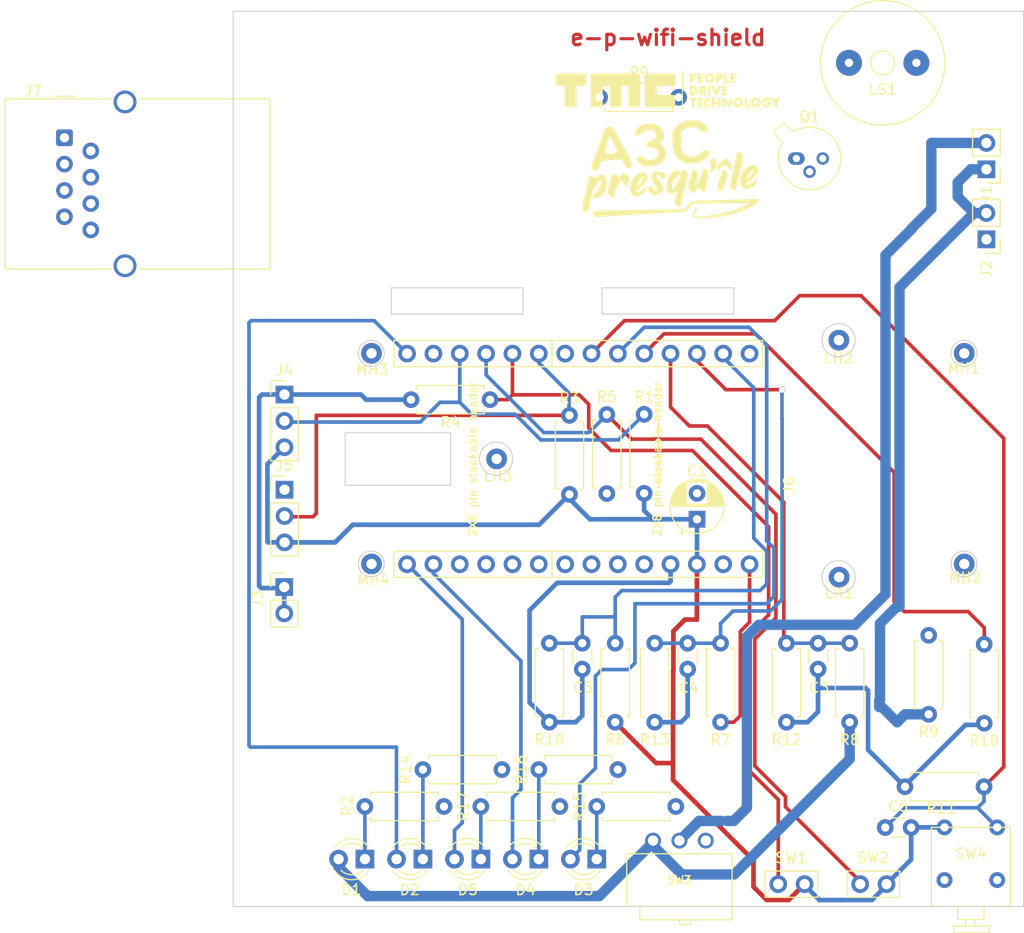
<source format=kicad_pcb>
(kicad_pcb (version 20171130) (host pcbnew 5.1.6-c6e7f7d~87~ubuntu18.04.1)
  (title_block (title "routage e-p-wifi-shield") (date 2019-11-26) (rev 1.0) (company "A3C et TMC") (comment 1 "1ère version du shield, prototype 3") (comment 2 https://github.com/AIREL46/SCAO/tree/master/kicad/e-p-wifi-shield))
  (layers (0 F.Cu signal) (31 B.Cu signal) (34 B.Paste user) (35 F.Paste user) (36 B.SilkS user) (37 F.SilkS user) (38 B.Mask user) (39 F.Mask user) (44 Edge.Cuts user))
  (net 0 "")
  (net 1 +3V3)
  (net 2 GND)
  (net 3 "Net-(C2-Pad1)")
  (net 4 "Net-(C3-Pad1)")
  (net 5 "Net-(C4-Pad1)")
  (net 6 "Net-(C5-Pad1)")
  (net 7 "Net-(D1-Pad2)")
  (net 8 "Net-(D1-Pad1)")
  (net 9 "Net-(D2-Pad1)")
  (net 10 "Net-(D2-Pad2)")
  (net 11 "Net-(D3-Pad2)")
  (net 12 "Net-(D3-Pad1)")
  (net 13 "Net-(D4-Pad1)")
  (net 14 "Net-(D4-Pad2)")
  (net 15 "Net-(D5-Pad1)")
  (net 16 "Net-(D5-Pad2)")
  (net 17 "Net-(J1-Pad1)")
  (net 18 "Net-(J1-Pad2)")
  (net 19 "Net-(J4-Pad2)")
  (net 20 "Net-(J6-PadAREF)")
  (net 21 "Net-(J6-PadVIN)")
  (net 22 "Net-(J6-PadRESET)")
  (net 23 "Net-(J6-PadTX)")
  (net 24 "Net-(J6-PadRX)")
  (net 25 "Net-(J6-PadSCL)")
  (net 26 "Net-(J6-PadA6)")
  (net 27 "Net-(J6-PadSDA)")
  (net 28 "Net-(J6-PadMISO)")
  (net 29 "Net-(J6-PadD1)")
  (net 30 "Net-(J6-PadSCK)")
  (net 31 "Net-(J6-PadD2)")
  (net 32 "Net-(J6-PadMOSI)")
  (net 33 "Net-(J6-PadD4)")
  (net 34 "Net-(J6-Pad+5V)")
  (net 35 "Net-(SW3-Pad1)")
  (net 36 "Net-(C6-Pad1)")
  (net 37 "Net-(J5-Pad2)")
  (net 38 "Net-(J6-PadA5)")
  (net 39 "Net-(J6-PadA3)")
  (net 40 "Net-(Q1-Pad2)")
  (net 41 "Net-(LS1-Pad1)")
  (module e-p-wifi-v2:switch (layer F.Cu) (at 60.8 105.4)
    (fp_text reference SW3 (at 0 3.81) (layer F.SilkS) (effects (font (size 0.762 0.762))))
    (fp_text value "Conrad 711771")
    (pad 1 thru_hole circle (at 2.54 0) (size 1.524 1.524) (drill 1) (layers *.Cu *.Mask) (net 35 "Net-(SW3-Pad1)"))
    (pad 3 thru_hole circle (at -2.54 0) (size 1.524 1.524) (drill 1) (layers *.Cu *.Mask) (net 7 "Net-(D1-Pad2)"))
    (pad 2 thru_hole circle (at 0 0) (size 1.524 1.524) (drill 1) (layers *.Cu *.Mask) (net 18 "Net-(J1-Pad2)"))
  )
  (module Connector_PinHeader_2.54mm:PinHeader_1x02_P2.54mm_Vertical (layer F.Cu) (at 90.4 47.4 180)
    (fp_text reference J2 (at -0.024 -2.892 270) (layer F.SilkS))
    (fp_text value Vbat)
    (pad 1 thru_hole rect (at 0 0 180) (size 1.7 1.7) (drill oval 1) (layers *.Cu *.Mask) (net 2 GND))
    (pad 2 thru_hole oval (at 0 2.54 180) (size 1.7 1.7) (drill 1) (layers *.Cu *.Mask) (net 17 "Net-(J1-Pad1)"))
  )
  (module Connector_PinHeader_2.54mm:PinHeader_1x02_P2.54mm_Vertical (layer F.Cu) (at 22.7 80.94)
    (fp_text reference J3 (at -2.56 1.14 -90) (layer F.SilkS))
    (fp_text value "Masse T1")
    (pad 2 thru_hole oval (at 0 2.54) (size 1.7 1.7) (drill 1) (layers *.Cu *.Mask) (net 2 GND))
    (pad 1 thru_hole rect (at 0 0) (size 1.7 1.7) (drill 1) (layers *.Cu *.Mask) (net 2 GND))
  )
  (module e-p-wifi-v2:jumper-switch-sw2 (layer F.Cu) (at 79.5 109.6 180)
    (fp_text reference SW2 (at 0.0254 2.54) (layer F.SilkS))
    (fp_text value "Sleep - Farnell 986-501")
    (pad 2 thru_hole circle (at 1.27 0 180) (size 1.7 1.7) (drill oval 1) (layers *.Cu *.Mask) (net 31 "Net-(J6-PadD2)"))
    (pad 1 thru_hole circle (at -1.27 0 180) (size 1.7 1.7) (drill 1) (layers *.Cu *.Mask) (net 1 +3V3))
  )
  (module e-p-wifi-v2:jumper-switch-sw1 (layer F.Cu) (at 71.6 109.6 180)
    (fp_text reference SW1 (at 0.0254 2.54) (layer F.SilkS))
    (fp_text value "StSp - Farnell 986-501")
    (pad 2 thru_hole circle (at 1.27 0 180) (size 1.7 1.7) (drill oval 1) (layers *.Cu *.Mask) (net 29 "Net-(J6-PadD1)"))
    (pad 1 thru_hole circle (at -1.27 0 180) (size 1.7 1.7) (drill oval 1) (layers *.Cu *.Mask) (net 1 +3V3))
  )
  (module e-p-wifi-v2:PinSocket_2x14_MKR1010_ov (layer F.Cu) (at 51.055 68.58 270)
    (fp_text reference J6 (at 2.54 -20.32 270) (layer F.SilkS))
    (fp_text value Conn_02x14_MKR1010)
    (fp_text user "2X6 pin stackable header" (at 0 10.16 270) (layer F.SilkS) (effects (font (size 0.762 0.762))))
    (fp_text user "2X8 pin stackable header" (at 0 -7.62 270) (layer F.SilkS) (effects (font (size 0.762 0.762))))
    (pad +5V thru_hole oval (at 10.16 -16.51 270) (size 1.7 1.7) (drill oval 1) (layers *.Cu *.Mask) (net 34 "Net-(J6-Pad+5V)"))
    (pad D5 thru_hole oval (at -10.16 16.51 270) (size 1.7 1.7) (drill 1) (layers *.Cu *.Mask) (net 10 "Net-(D2-Pad2)"))
    (pad D6 thru_hole oval (at 10.16 16.51 270) (size 1.7 1.7) (drill 1) (layers *.Cu *.Mask) (net 16 "Net-(D5-Pad2)"))
    (pad D4 thru_hole oval (at -10.16 13.97 270) (size 1.7 1.7) (drill 1) (layers *.Cu *.Mask) (net 33 "Net-(J6-PadD4)"))
    (pad D7 thru_hole oval (at 10.16 13.97 270) (size 1.7 1.7) (drill 1) (layers *.Cu *.Mask) (net 14 "Net-(D4-Pad2)"))
    (pad D3 thru_hole oval (at -10.16 11.43 270) (size 1.7 1.7) (drill 1) (layers *.Cu *.Mask) (net 19 "Net-(J4-Pad2)"))
    (pad MOSI thru_hole oval (at 10.16 11.43 270) (size 1.7 1.7) (drill 1) (layers *.Cu *.Mask) (net 32 "Net-(J6-PadMOSI)"))
    (pad D2 thru_hole oval (at -10.16 8.89 270) (size 1.7 1.7) (drill 1) (layers *.Cu *.Mask) (net 31 "Net-(J6-PadD2)"))
    (pad SCK thru_hole oval (at 10.16 8.89 270) (size 1.7 1.7) (drill 1) (layers *.Cu *.Mask) (net 30 "Net-(J6-PadSCK)"))
    (pad D1 thru_hole oval (at -10.16 6.35 270) (size 1.7 1.7) (drill oval 1) (layers *.Cu *.Mask) (net 29 "Net-(J6-PadD1)"))
    (pad MISO thru_hole oval (at 10.16 6.35 270) (size 1.7 1.7) (drill 1) (layers *.Cu *.Mask) (net 28 "Net-(J6-PadMISO)"))
    (pad D0 thru_hole oval (at -10.16 3.81 270) (size 1.7 1.7) (drill 1) (layers *.Cu *.Mask) (net 37 "Net-(J5-Pad2)"))
    (pad SDA thru_hole oval (at 10.16 3.81 270) (size 1.7 1.7) (drill 1) (layers *.Cu *.Mask) (net 27 "Net-(J6-PadSDA)"))
    (pad A6 thru_hole oval (at -10.16 1.27 270) (size 1.7 1.7) (drill 1) (layers *.Cu *.Mask) (net 26 "Net-(J6-PadA6)"))
    (pad SCL thru_hole oval (at 10.16 1.27 270) (size 1.7 1.7) (drill 1) (layers *.Cu *.Mask) (net 25 "Net-(J6-PadSCL)"))
    (pad A5 thru_hole oval (at -10.16 -1.27 270) (size 1.7 1.7) (drill oval 1) (layers *.Cu *.Mask) (net 38 "Net-(J6-PadA5)"))
    (pad RX thru_hole oval (at 10.16 -1.27 270) (size 1.7 1.7) (drill 1) (layers *.Cu *.Mask) (net 24 "Net-(J6-PadRX)"))
    (pad A4 thru_hole oval (at -10.16 -3.81 270) (size 1.7 1.7) (drill 1) (layers *.Cu *.Mask) (net 11 "Net-(D3-Pad2)"))
    (pad TX thru_hole oval (at 10.16 -3.81 270) (size 1.7 1.7) (drill 1) (layers *.Cu *.Mask) (net 23 "Net-(J6-PadTX)"))
    (pad A3 thru_hole oval (at -10.16 -6.35 270) (size 1.7 1.7) (drill oval 1) (layers *.Cu *.Mask) (net 39 "Net-(J6-PadA3)"))
    (pad RESET thru_hole oval (at 10.16 -6.35 270) (size 1.7 1.7) (drill 1) (layers *.Cu *.Mask) (net 22 "Net-(J6-PadRESET)"))
    (pad A2 thru_hole oval (at -10.16 -8.89 270) (size 1.7 1.7) (drill oval 1) (layers *.Cu *.Mask) (net 4 "Net-(C3-Pad1)"))
    (pad GND thru_hole oval (at 10.16 -8.89 270) (size 1.7 1.7) (drill oval 1) (layers *.Cu *.Mask) (net 2 GND))
    (pad A1 thru_hole oval (at -10.16 -11.43 270) (size 1.7 1.7) (drill oval 1) (layers *.Cu *.Mask) (net 5 "Net-(C4-Pad1)"))
    (pad +3V3 thru_hole oval (at 10.16 -11.43 270) (size 1.7 1.7) (drill oval 1) (layers *.Cu *.Mask) (net 1 +3V3))
    (pad A0 thru_hole oval (at -10.16 -13.97 270) (size 1.7 1.7) (drill oval 1) (layers *.Cu *.Mask) (net 6 "Net-(C5-Pad1)"))
    (pad VIN thru_hole oval (at 10.16 -13.97 270) (size 1.7 1.7) (drill 1) (layers *.Cu *.Mask) (net 21 "Net-(J6-PadVIN)"))
    (pad AREF thru_hole oval (at -10.16 -16.51 270) (size 1.7 1.7) (drill 1) (layers *.Cu *.Mask) (net 20 "Net-(J6-PadAREF)"))
  )
  (module e-p-wifi-v2:BP (layer F.Cu) (at 88.9 104.125)
    (fp_text reference SW4 (at 0 2.54) (layer F.SilkS))
    (fp_text value "BP APEM - Farnell 108-2512")
    (pad 3 thru_hole circle (at -2.54 5.08) (size 1.524 1.524) (drill 0.8) (layers *.Cu *.Mask))
    (pad 4 thru_hole circle (at 2.54 5.08) (size 1.524 1.524) (drill 0.8) (layers *.Cu *.Mask))
    (pad 2 thru_hole circle (at 2.54 0) (size 1.524 1.524) (drill 0.8) (layers *.Cu *.Mask) (net 38 "Net-(J6-PadA5)"))
    (pad 1 thru_hole circle (at -2.54 0) (size 1.524 1.524) (drill 0.8) (layers *.Cu *.Mask) (net 1 +3V3))
  )
  (module e-p-wifi-v2:Via-DIY (layer F.Cu) (at 76.2 79.9846)
    (fp_text reference LH1 (at 0 1.5494) (layer F.SilkS))
    (fp_text value Via-DIY)
    (pad 1 thru_hole oval (at 0 0) (size 2 2) (drill 1) (layers *.Cu *.Mask))
  )
  (module e-p-wifi-v2:Via-DIY (layer F.Cu) (at 76.1746 57.1246)
    (fp_text reference LH2 (at -0.0254 1.7018) (layer F.SilkS))
    (fp_text value Via-DIY)
    (pad 1 thru_hole oval (at 0 0) (size 2 2) (drill 1) (layers *.Cu *.Mask))
  )
  (module e-p-wifi-v2:Via-DIY (layer F.Cu) (at 43.18 68.58)
    (fp_text reference LH3 (at 0.127 1.651) (layer F.SilkS))
    (fp_text value Via-DIY)
    (pad 1 thru_hole oval (at 0 0) (size 2 2) (drill 1) (layers *.Cu *.Mask))
  )
  (module e-p-wifi-v2:Via-DIY (layer F.Cu) (at 31.115 58.3946)
    (fp_text reference MH3 (at 0.0508 1.5748) (layer F.SilkS))
    (fp_text value Via-DIY)
    (pad 1 thru_hole oval (at 0 0) (size 2 2) (drill 1) (layers *.Cu *.Mask))
  )
  (module e-p-wifi-v2:Via-DIY (layer F.Cu) (at 31.115 78.7146)
    (fp_text reference MH4 (at 0.1778 1.5494) (layer F.SilkS))
    (fp_text value Via-DIY)
    (pad 1 thru_hole oval (at 0 0) (size 2 2) (drill 1) (layers *.Cu *.Mask))
  )
  (module e-p-wifi-v2:Via-DIY (layer F.Cu) (at 88.265 78.7146)
    (fp_text reference MH2 (at 0.0762 1.3208) (layer F.SilkS))
    (fp_text value Via-DIY)
    (pad 1 thru_hole oval (at 0 0) (size 2 2) (drill 1) (layers *.Cu *.Mask))
  )
  (module e-p-wifi-v2:Via-DIY (layer F.Cu) (at 88.265 58.3946)
    (fp_text reference MH1 (at -0.0508 1.4478) (layer F.SilkS))
    (fp_text value Via-DIY)
    (pad 1 thru_hole oval (at 0 0) (size 2 2) (drill 1) (layers *.Cu *.Mask))
  )
  (module LED_THT:LED_D3.0mm (layer F.Cu) (at 47.244 107.188 180)
    (fp_text reference D4 (at 1.27 -2.96) (layer F.SilkS))
    (fp_text value Rouge)
    (pad 1 thru_hole rect (at 0 0 180) (size 1.8 1.8) (drill 1) (layers *.Cu *.Mask) (net 13 "Net-(D4-Pad1)"))
    (pad 2 thru_hole circle (at 2.54 0 180) (size 1.8 1.8) (drill 1) (layers *.Cu *.Mask) (net 14 "Net-(D4-Pad2)"))
  )
  (module LED_THT:LED_D3.0mm (layer F.Cu) (at 36.068 107.188 180)
    (fp_text reference D2 (at 1.27 -2.96) (layer F.SilkS))
    (fp_text value Vert)
    (pad 1 thru_hole rect (at 0 0 180) (size 1.8 1.8) (drill 1) (layers *.Cu *.Mask) (net 9 "Net-(D2-Pad1)"))
    (pad 2 thru_hole circle (at 2.54 0 180) (size 1.8 1.8) (drill 1) (layers *.Cu *.Mask) (net 10 "Net-(D2-Pad2)"))
  )
  (module LED_THT:LED_D3.0mm (layer F.Cu) (at 30.48 107.188 180)
    (fp_text reference D1 (at 1.325 -2.925) (layer F.SilkS))
    (fp_text value vert)
    (pad 2 thru_hole circle (at 2.54 0 180) (size 1.8 1.8) (drill 1) (layers *.Cu *.Mask) (net 7 "Net-(D1-Pad2)"))
    (pad 1 thru_hole rect (at 0 0 180) (size 1.8 1.8) (drill 1) (layers *.Cu *.Mask) (net 8 "Net-(D1-Pad1)"))
  )
  (module Capacitor_THT:C_Disc_D3.0mm_W1.6mm_P2.50mm (layer F.Cu) (at 74.168 86.36 270)
    (fp_text reference C3 (at 4.3 -0.1 180) (layer F.SilkS))
    (fp_text value 0.1mF)
    (pad 2 thru_hole circle (at 2.5 0 270) (size 1.6 1.6) (drill 0.8) (layers *.Cu *.Mask) (net 2 GND))
    (pad 1 thru_hole circle (at 0 0 270) (size 1.6 1.6) (drill 0.8) (layers *.Cu *.Mask) (net 4 "Net-(C3-Pad1)"))
  )
  (module Connector_PinHeader_2.54mm:PinHeader_1x02_P2.54mm_Vertical (layer F.Cu) (at 90.4 40.64 180)
    (fp_text reference J1 (at -0.024 -2.382 270) (layer F.SilkS))
    (fp_text value Shunt)
    (pad 1 thru_hole rect (at 0 0 180) (size 1.7 1.7) (drill 1) (layers *.Cu *.Mask) (net 17 "Net-(J1-Pad1)"))
    (pad 2 thru_hole oval (at 0 2.54 180) (size 1.7 1.7) (drill 1) (layers *.Cu *.Mask) (net 18 "Net-(J1-Pad2)"))
  )
  (module Capacitor_THT:CP_Radial_D5.0mm_P2.50mm (layer F.Cu) (at 62.5 74.4 90)
    (fp_text reference C1 (at 4.66 0.02) (layer F.SilkS))
    (fp_text value 4.7µF)
    (pad 1 thru_hole rect (at 0 0 90) (size 1.6 1.6) (drill 0.8) (layers *.Cu *.Mask) (net 1 +3V3))
    (pad 2 thru_hole circle (at 2.5 0 90) (size 1.6 1.6) (drill 0.8) (layers *.Cu *.Mask) (net 2 GND))
  )
  (module logo:tmc-logo-1200dpi (layer F.Cu) (at 59.69 33.02)
    (fp_text reference G*** hide)
    (fp_text value LOGO hide)
  )
  (module Capacitor_THT:C_Disc_D3.0mm_W1.6mm_P2.50mm (layer F.Cu) (at 61.595 86.36 270)
    (fp_text reference C4 (at 4.3 -0.1 180) (layer F.SilkS))
    (fp_text value 0.1mF)
    (pad 1 thru_hole circle (at 0 0 270) (size 1.6 1.6) (drill 0.8) (layers *.Cu *.Mask) (net 5 "Net-(C4-Pad1)"))
    (pad 2 thru_hole circle (at 2.5 0 270) (size 1.6 1.6) (drill 0.8) (layers *.Cu *.Mask) (net 2 GND))
  )
  (module LED_THT:LED_D3.0mm (layer F.Cu) (at 41.656 107.188 180)
    (fp_text reference D5 (at 1.27 -2.96) (layer F.SilkS))
    (fp_text value Jaune)
    (pad 1 thru_hole rect (at 0 0 180) (size 1.8 1.8) (drill 1) (layers *.Cu *.Mask) (net 15 "Net-(D5-Pad1)"))
    (pad 2 thru_hole circle (at 2.54 0 180) (size 1.8 1.8) (drill 1) (layers *.Cu *.Mask) (net 16 "Net-(D5-Pad2)"))
  )
  (module Capacitor_THT:C_Disc_D3.0mm_W1.6mm_P2.50mm (layer F.Cu) (at 51.435 86.36 270)
    (fp_text reference C5 (at 4.272 -0.06 180) (layer F.SilkS))
    (fp_text value 0.1mF)
    (pad 2 thru_hole circle (at 2.5 0 270) (size 1.6 1.6) (drill 0.8) (layers *.Cu *.Mask) (net 2 GND))
    (pad 1 thru_hole circle (at 0 0 270) (size 1.6 1.6) (drill 0.8) (layers *.Cu *.Mask) (net 6 "Net-(C5-Pad1)"))
  )
  (module logo:a3c-logo-500dpi (layer F.Cu) (at 59.69 40.64)
    (fp_text reference G*** hide)
    (fp_text value LOGO hide)
  )
  (module LED_THT:LED_D3.0mm (layer F.Cu) (at 52.832 107.188 180)
    (fp_text reference D3 (at 1.27 -2.96) (layer F.SilkS))
    (fp_text value bleu)
    (pad 2 thru_hole circle (at 2.54 0 180) (size 1.8 1.8) (drill 1) (layers *.Cu *.Mask) (net 11 "Net-(D3-Pad2)"))
    (pad 1 thru_hole rect (at 0 0 180) (size 1.8 1.8) (drill 1) (layers *.Cu *.Mask) (net 12 "Net-(D3-Pad1)"))
  )
  (module Resistor_THT:R_Axial_DIN0207_L6.3mm_D2.5mm_P7.62mm_Horizontal (layer F.Cu) (at 50.2 72 90)
    (fp_text reference R3 (at 9.3 0 180) (layer F.SilkS))
    (fp_text value 4.7k)
    (pad 1 thru_hole circle (at 0 0 90) (size 1.6 1.6) (drill 0.8) (layers *.Cu *.Mask) (net 1 +3V3))
    (pad 2 thru_hole oval (at 7.62 0 90) (size 1.6 1.6) (drill 0.8) (layers *.Cu *.Mask) (net 37 "Net-(J5-Pad2)"))
  )
  (module Resistor_THT:R_Axial_DIN0207_L6.3mm_D2.5mm_P7.62mm_Horizontal (layer F.Cu) (at 90.19 86.46 270)
    (fp_text reference R10 (at 9.3 0 180) (layer F.SilkS))
    (fp_text value 47k)
    (pad 2 thru_hole oval (at 7.62 0 270) (size 1.6 1.6) (drill 0.8) (layers *.Cu *.Mask) (net 2 GND))
    (pad 1 thru_hole circle (at 0 0 270) (size 1.6 1.6) (drill 0.8) (layers *.Cu *.Mask) (net 39 "Net-(J6-PadA3)"))
  )
  (module Resistor_THT:R_Axial_DIN0207_L6.3mm_D2.5mm_P7.62mm_Horizontal (layer F.Cu) (at 58.42 86.36 270)
    (fp_text reference R13 (at 9.3 0) (layer F.SilkS))
    (fp_text value 4.7k)
    (pad 2 thru_hole oval (at 7.62 0 270) (size 1.6 1.6) (drill 0.8) (layers *.Cu *.Mask) (net 2 GND))
    (pad 1 thru_hole circle (at 0 0 270) (size 1.6 1.6) (drill 0.8) (layers *.Cu *.Mask) (net 5 "Net-(C4-Pad1)"))
  )
  (module Resistor_THT:R_Axial_DIN0207_L6.3mm_D2.5mm_P7.62mm_Horizontal (layer F.Cu) (at 53.8 64.3 270)
    (fp_text reference R5 (at -1.7 0 180) (layer F.SilkS))
    (fp_text value 47k)
    (pad 1 thru_hole circle (at 0 0 270) (size 1.6 1.6) (drill 0.8) (layers *.Cu *.Mask) (net 31 "Net-(J6-PadD2)"))
    (pad 2 thru_hole oval (at 7.62 0 270) (size 1.6 1.6) (drill 0.8) (layers *.Cu *.Mask) (net 2 GND))
  )
  (module Resistor_THT:R_Axial_DIN0207_L6.3mm_D2.5mm_P7.62mm_Horizontal (layer F.Cu) (at 43.688 98.552 180)
    (fp_text reference R14 (at 9.3 0 270) (layer F.SilkS))
    (fp_text value 1K)
    (pad 2 thru_hole oval (at 7.62 0 180) (size 1.6 1.6) (drill 0.8) (layers *.Cu *.Mask) (net 9 "Net-(D2-Pad1)"))
    (pad 1 thru_hole circle (at 0 0 180) (size 1.6 1.6) (drill 0.8) (layers *.Cu *.Mask) (net 2 GND))
  )
  (module Resistor_THT:R_Axial_DIN0207_L6.3mm_D2.5mm_P7.62mm_Horizontal (layer F.Cu) (at 54.61 93.98 90)
    (fp_text reference R6 (at -1.7 0 180) (layer F.SilkS))
    (fp_text value 4.7k)
    (pad 2 thru_hole oval (at 7.62 0 90) (size 1.6 1.6) (drill 0.8) (layers *.Cu *.Mask) (net 6 "Net-(C5-Pad1)"))
    (pad 1 thru_hole circle (at 0 0 90) (size 1.6 1.6) (drill 0.8) (layers *.Cu *.Mask) (net 1 +3V3))
  )
  (module Resistor_THT:R_Axial_DIN0207_L6.3mm_D2.5mm_P7.62mm_Horizontal (layer F.Cu) (at 64.77 93.98 90)
    (fp_text reference R7 (at -1.7 0 180) (layer F.SilkS))
    (fp_text value 4.7k)
    (pad 1 thru_hole circle (at 0 0 90) (size 1.6 1.6) (drill 0.8) (layers *.Cu *.Mask) (net 34 "Net-(J6-Pad+5V)"))
    (pad 2 thru_hole oval (at 7.62 0 90) (size 1.6 1.6) (drill 0.8) (layers *.Cu *.Mask) (net 5 "Net-(C4-Pad1)"))
  )
  (module Resistor_THT:R_Axial_DIN0207_L6.3mm_D2.5mm_P7.62mm_Horizontal (layer F.Cu) (at 60.452 102.108 180)
    (fp_text reference R15 (at 9.3 0 270) (layer F.SilkS))
    (fp_text value 1K)
    (pad 1 thru_hole circle (at 0 0 180) (size 1.6 1.6) (drill 0.8) (layers *.Cu *.Mask) (net 2 GND))
    (pad 2 thru_hole oval (at 7.62 0 180) (size 1.6 1.6) (drill 0.8) (layers *.Cu *.Mask) (net 12 "Net-(D3-Pad1)"))
  )
  (module Resistor_THT:R_Axial_DIN0207_L6.3mm_D2.5mm_P7.62mm_Horizontal (layer F.Cu) (at 71.12 86.36 270)
    (fp_text reference R12 (at 9.3 0 180) (layer F.SilkS))
    (fp_text value 4.7k)
    (pad 1 thru_hole circle (at 0 0 270) (size 1.6 1.6) (drill 0.8) (layers *.Cu *.Mask) (net 4 "Net-(C3-Pad1)"))
    (pad 2 thru_hole oval (at 7.62 0 270) (size 1.6 1.6) (drill 0.8) (layers *.Cu *.Mask) (net 2 GND))
  )
  (module Resistor_THT:R_Axial_DIN0207_L6.3mm_D2.5mm_P7.62mm_Horizontal (layer F.Cu) (at 54.864 98.552 180)
    (fp_text reference R16 (at 9.3 0 270) (layer F.SilkS))
    (fp_text value 1K)
    (pad 2 thru_hole oval (at 7.62 0 180) (size 1.6 1.6) (drill 0.8) (layers *.Cu *.Mask) (net 13 "Net-(D4-Pad1)"))
    (pad 1 thru_hole circle (at 0 0 180) (size 1.6 1.6) (drill 0.8) (layers *.Cu *.Mask) (net 2 GND))
  )
  (module Resistor_THT:R_Axial_DIN0207_L6.3mm_D2.5mm_P7.62mm_Horizontal (layer F.Cu) (at 49.276 102.108 180)
    (fp_text reference R17 (at 9.3 0 270) (layer F.SilkS))
    (fp_text value 1K)
    (pad 1 thru_hole circle (at 0 0 180) (size 1.6 1.6) (drill 0.8) (layers *.Cu *.Mask) (net 2 GND))
    (pad 2 thru_hole oval (at 7.62 0 180) (size 1.6 1.6) (drill 0.8) (layers *.Cu *.Mask) (net 15 "Net-(D5-Pad1)"))
  )
  (module Resistor_THT:R_Axial_DIN0207_L6.3mm_D2.5mm_P7.62mm_Horizontal (layer F.Cu) (at 82.55 100.2)
    (fp_text reference R11 (at 3.5 2.1 180) (layer F.SilkS))
    (fp_text value 47k)
    (pad 2 thru_hole oval (at 7.62 0) (size 1.6 1.6) (drill 0.8) (layers *.Cu *.Mask) (net 38 "Net-(J6-PadA5)"))
    (pad 1 thru_hole circle (at 0 0) (size 1.6 1.6) (drill 0.8) (layers *.Cu *.Mask) (net 2 GND))
  )
  (module Resistor_THT:R_Axial_DIN0207_L6.3mm_D2.5mm_P7.62mm_Horizontal (layer F.Cu) (at 77.216 93.98 90)
    (fp_text reference R8 (at -1.7 0 180) (layer F.SilkS))
    (fp_text value 4.7k)
    (pad 2 thru_hole oval (at 7.62 0 90) (size 1.6 1.6) (drill 0.8) (layers *.Cu *.Mask) (net 4 "Net-(C3-Pad1)"))
    (pad 1 thru_hole circle (at 0 0 90) (size 1.6 1.6) (drill 0.8) (layers *.Cu *.Mask) (net 7 "Net-(D1-Pad2)"))
  )
  (module Resistor_THT:R_Axial_DIN0207_L6.3mm_D2.5mm_P7.62mm_Horizontal (layer F.Cu) (at 57.4 71.9 90)
    (fp_text reference R1 (at 9.3 0 180) (layer F.SilkS))
    (fp_text value 4.7k)
    (pad 1 thru_hole circle (at 0 0 90) (size 1.6 1.6) (drill 0.8) (layers *.Cu *.Mask) (net 1 +3V3))
    (pad 2 thru_hole oval (at 7.62 0 90) (size 1.6 1.6) (drill 0.8) (layers *.Cu *.Mask) (net 19 "Net-(J4-Pad2)"))
  )
  (module Resistor_THT:R_Axial_DIN0207_L6.3mm_D2.5mm_P7.62mm_Horizontal (layer F.Cu) (at 38.1 102.108 180)
    (fp_text reference R2 (at 9.32 0.05 90) (layer F.SilkS))
    (fp_text value 1K)
    (pad 2 thru_hole oval (at 7.62 0 180) (size 1.6 1.6) (drill 0.8) (layers *.Cu *.Mask) (net 8 "Net-(D1-Pad1)"))
    (pad 1 thru_hole circle (at 0 0 180) (size 1.6 1.6) (drill 0.8) (layers *.Cu *.Mask) (net 2 GND))
  )
  (module Resistor_THT:R_Axial_DIN0207_L6.3mm_D2.5mm_P7.62mm_Horizontal (layer F.Cu) (at 42.545 62.865 180)
    (fp_text reference R4 (at 3.8 -2.2) (layer F.SilkS))
    (fp_text value 47k)
    (pad 2 thru_hole oval (at 7.62 0 180) (size 1.6 1.6) (drill 0.8) (layers *.Cu *.Mask) (net 2 GND))
    (pad 1 thru_hole circle (at 0 0 180) (size 1.6 1.6) (drill 0.8) (layers *.Cu *.Mask) (net 29 "Net-(J6-PadD1)"))
  )
  (module Resistor_THT:R_Axial_DIN0207_L6.3mm_D2.5mm_P7.62mm_Horizontal (layer F.Cu) (at 84.836 93.218 90)
    (fp_text reference R9 (at -1.7 0 180) (layer F.SilkS))
    (fp_text value 4.7k)
    (pad 1 thru_hole circle (at 0 0 90) (size 1.6 1.6) (drill 0.8) (layers *.Cu *.Mask) (net 17 "Net-(J1-Pad1)"))
    (pad 2 thru_hole oval (at 7.62 0 90) (size 1.6 1.6) (drill 0.8) (layers *.Cu *.Mask) (net 3 "Net-(C2-Pad1)"))
  )
  (module Resistor_THT:R_Axial_DIN0207_L6.3mm_D2.5mm_P7.62mm_Horizontal (layer F.Cu) (at 48.26 86.36 270)
    (fp_text reference R18 (at 9.3 0 180) (layer F.SilkS))
    (fp_text value 4.7k)
    (pad 1 thru_hole circle (at 0 0 270) (size 1.6 1.6) (drill 0.8) (layers *.Cu *.Mask) (net 6 "Net-(C5-Pad1)"))
    (pad 2 thru_hole oval (at 7.62 0 270) (size 1.6 1.6) (drill 0.8) (layers *.Cu *.Mask) (net 2 GND))
  )
  (module Capacitor_THT:C_Disc_D3.0mm_W1.6mm_P2.50mm (layer F.Cu) (at 80.645 104.14)
    (fp_text reference C6 (at 1.25 -2.05) (layer F.SilkS))
    (fp_text value 0.1mF)
    (pad 1 thru_hole circle (at 0 0) (size 1.6 1.6) (drill 0.8) (layers *.Cu *.Mask) (net 36 "Net-(C6-Pad1)"))
    (pad 2 thru_hole circle (at 2.5 0) (size 1.6 1.6) (drill 0.8) (layers *.Cu *.Mask) (net 1 +3V3))
  )
  (module Connector_RJ:RJ45_Wuerth_7499010001A_Horizontal (layer F.Cu) (at 1.51 37.6)
    (fp_text reference J7 (at -3 -4.5) (layer F.SilkS))
    (fp_text value RJ45)
    (pad SH thru_hole circle (at 5.84 12.345 90) (size 2.2 2.2) (drill 1.6) (layers *.Cu *.Mask))
    (pad SH thru_hole circle (at 5.84 -3.455 90) (size 2.2 2.2) (drill 1.6) (layers *.Cu *.Mask))
    (pad "" np_thru_hole circle (at 8.89 10.16 90) (size 3.25 3.25) (drill 3.25) (layers *.Cu *.Mask))
    (pad "" np_thru_hole circle (at 8.89 -1.27 90) (size 3.25 3.25) (drill 3.25) (layers *.Cu *.Mask))
    (pad 8 thru_hole circle (at 2.54 8.89 90) (size 1.6 1.6) (drill 0.9) (layers *.Cu *.Mask) (net 2 GND))
    (pad 7 thru_hole circle (at 0 7.62 90) (size 1.6 1.6) (drill 0.9) (layers *.Cu *.Mask) (net 2 GND))
    (pad 6 thru_hole circle (at 2.54 6.35 90) (size 1.6 1.6) (drill 0.9) (layers *.Cu *.Mask) (net 2 GND))
    (pad 5 thru_hole circle (at 0 5.08 90) (size 1.6 1.6) (drill 0.9) (layers *.Cu *.Mask) (net 39 "Net-(J6-PadA3)"))
    (pad 4 thru_hole circle (at 2.54 3.81 90) (size 1.6 1.6) (drill 0.9) (layers *.Cu *.Mask) (net 38 "Net-(J6-PadA5)"))
    (pad 3 thru_hole circle (at 0 2.54 90) (size 1.6 1.6) (drill 0.9) (layers *.Cu *.Mask) (net 26 "Net-(J6-PadA6)"))
    (pad 2 thru_hole circle (at 2.54 1.27 90) (size 1.6 1.6) (drill 0.9) (layers *.Cu *.Mask) (net 1 +3V3))
    (pad 1 thru_hole roundrect (at 0 0 90) (size 1.6 1.6) (drill 0.9) (layers *.Cu *.Mask) (roundrect_rratio 0.155) (net 34 "Net-(J6-Pad+5V)"))
  )
  (module Package_TO_SOT_THT:TO-18-3 (layer F.Cu) (at 72.08 39.6)
    (fp_text reference Q1 (at 1.27 -4.02) (layer F.SilkS))
    (fp_text value 2N2222A)
    (pad 1 thru_hole oval (at 0 0) (size 1.6 1.2) (drill 0.7) (layers *.Cu *.Mask) (net 1 +3V3))
    (pad 2 thru_hole oval (at 1.27 1.27) (size 1.2 1.2) (drill 0.7) (layers *.Cu *.Mask) (net 40 "Net-(Q1-Pad2)"))
    (pad 3 thru_hole oval (at 2.54 0) (size 1.2 1.2) (drill 0.7) (layers *.Cu *.Mask) (net 41 "Net-(LS1-Pad1)"))
  )
  (module Resistor_THT:R_Axial_DIN0207_L6.3mm_D2.5mm_P7.62mm_Horizontal (layer F.Cu) (at 53.105001 33.695001)
    (fp_text reference R9 (at 3.81 -2.37) (layer F.SilkS))
    (fp_text value 470)
    (pad 1 thru_hole circle (at 0 0) (size 1.6 1.6) (drill 0.8) (layers *.Cu *.Mask) (net 40 "Net-(Q1-Pad2)"))
    (pad 2 thru_hole oval (at 7.62 0) (size 1.6 1.6) (drill 0.8) (layers *.Cu *.Mask) (net 33 "Net-(J6-PadD4)"))
  )
  (module e-p-wifi:mini_speaker (layer F.Cu) (at 80.4 30.37)
    (fp_text reference LS1 (at 0.02 2.55) (layer F.SilkS))
    (fp_text value Speaker)
    (pad 2 thru_hole circle (at 3.25 0) (size 2.5 2.5) (drill 0.8) (layers *.Cu *.Mask) (net 2 GND))
    (pad 1 thru_hole circle (at -3.25 0) (size 2.5 2.5) (drill 0.8) (layers *.Cu *.Mask) (net 41 "Net-(LS1-Pad1)"))
  )
  (module Connector_PinHeader_2.54mm:PinHeader_1x03_P2.54mm_Vertical (layer F.Cu) (at 22.72 62.37)
    (fp_text reference J4 (at 0 -2.33) (layer F.SilkS))
    (fp_text value T1)
    (pad 1 thru_hole rect (at 0 0) (size 1.7 1.7) (drill 1) (layers *.Cu *.Mask) (net 2 GND))
    (pad 2 thru_hole oval (at 0 2.54) (size 1.7 1.7) (drill 1) (layers *.Cu *.Mask) (net 19 "Net-(J4-Pad2)"))
    (pad 3 thru_hole oval (at 0 5.08) (size 1.7 1.7) (drill 1) (layers *.Cu *.Mask) (net 1 +3V3))
  )
  (module Connector_PinHeader_2.54mm:PinHeader_1x03_P2.54mm_Vertical (layer F.Cu) (at 22.73 71.55)
    (fp_text reference J5 (at 0 -2.33) (layer F.SilkS))
    (fp_text value T2)
    (pad 3 thru_hole oval (at 0 5.08) (size 1.7 1.7) (drill 1) (layers *.Cu *.Mask) (net 1 +3V3))
    (pad 2 thru_hole oval (at 0 2.54) (size 1.7 1.7) (drill 1) (layers *.Cu *.Mask) (net 37 "Net-(J5-Pad2)"))
    (pad 1 thru_hole rect (at 0 0) (size 1.7 1.7) (drill 1) (layers *.Cu *.Mask) (net 2 GND))
  )
  (gr_circle (center 31.0896 78.7146) (end 32.3396 78.7146) (layer Edge.Cuts) (width 0.1))
  (gr_line (start 17.78 25.4) (end 25.4 25.4) (layer Edge.Cuts) (width 0.1))
  (gr_line (start 17.78 111.76) (end 17.78 25.4) (layer Edge.Cuts) (width 0.1))
  (gr_line (start 17.78 111.76) (end 25.4 111.76) (layer Edge.Cuts) (width 0.1))
  (gr_line (start 28.575 66.04) (end 28.575 71.12) (layer Edge.Cuts) (width 0.1))
  (gr_line (start 38.735 66.04) (end 28.575 66.04) (layer Edge.Cuts) (width 0.1))
  (gr_line (start 38.735 71.12) (end 38.735 66.04) (layer Edge.Cuts) (width 0.1))
  (gr_line (start 28.575 71.12) (end 38.735 71.12) (layer Edge.Cuts) (width 0.1))
  (gr_circle (center 43.1292 68.5546) (end 44.7292 68.5546) (layer Edge.Cuts) (width 0.1))
  (gr_circle (center 31.0896 58.3946) (end 32.3396 58.3946) (layer Edge.Cuts) (width 0.1))
  (gr_circle (center 88.2396 58.3946) (end 89.4896 58.3946) (layer Edge.Cuts) (width 0.1))
  (gr_circle (center 76.1492 57.1246) (end 77.7492 57.1246) (layer Edge.Cuts) (width 0.1))
  (gr_circle (center 76.1492 79.9846) (end 77.7492 79.9846) (layer Edge.Cuts) (width 0.1))
  (gr_circle (center 88.2396 78.7146) (end 89.4896 78.7146) (layer Edge.Cuts) (width 0.1))
  (gr_line (start 45.726 52.07) (end 45.726 54.61) (layer Edge.Cuts) (width 0.1))
  (gr_line (start 33.026 52.07) (end 33.026 54.61) (layer Edge.Cuts) (width 0.1))
  (gr_line (start 33.026 52.07) (end 45.726 52.07) (layer Edge.Cuts) (width 0.1))
  (gr_line (start 33.026 54.61) (end 45.726 54.61) (layer Edge.Cuts) (width 0.1))
  (gr_line (start 53.34 54.61) (end 53.34 52.07) (layer Edge.Cuts) (width 0.1))
  (gr_line (start 66.04 52.07) (end 66.04 54.61) (layer Edge.Cuts) (width 0.1))
  (gr_line (start 53.34 52.07) (end 66.04 52.07) (layer Edge.Cuts) (width 0.1))
  (gr_line (start 53.34 54.61) (end 66.04 54.61) (layer Edge.Cuts) (width 0.1))
  (gr_line (start 25.4 111.76) (end 93.98 111.76) (layer Edge.Cuts) (width 0.1))
  (gr_line (start 93.98 25.4) (end 93.98 111.76) (layer Edge.Cuts) (width 0.1))
  (gr_line (start 25.4 25.4) (end 93.98 25.4) (layer Edge.Cuts) (width 0.1))
  (gr_text e-p-wifi-shield (at 59.69 27.94) (layer F.Cu) (effects (font (size 1.5 1.5) (thickness 0.3))))
  (segment (start 60.17703 94.27297) (end 60.19 94.26) (width 0.45) (layer F.Cu) (net 1))
  (segment (start 62.5 78.725) (end 62.485 78.74) (width 0.45) (layer B.Cu) (net 1))
  (segment (start 62.5 74.4) (end 62.5 78.725) (width 0.45) (layer B.Cu) (net 1))
  (segment (start 57.4 73.56202) (end 57.4 71.9) (width 0.45) (layer B.Cu) (net 1))
  (segment (start 62.5 74.4) (end 58.23798 74.4) (width 0.45) (layer B.Cu) (net 1))
  (segment (start 58.23798 74.4) (end 57.4 73.56202) (width 0.45) (layer B.Cu) (net 1))
  (segment (start 72.108001 110.361999) (end 72.87 109.6) (width 0.45) (layer F.Cu) (net 1))
  (segment (start 60.19 99.56) (end 67.945 107.315) (width 0.45) (layer F.Cu) (net 1))
  (segment (start 67.945 107.315) (end 67.945 109.860134) (width 0.45) (layer F.Cu) (net 1))
  (segment (start 71.345 111.125) (end 72.108001 110.361999) (width 0.45) (layer F.Cu) (net 1))
  (segment (start 67.945 109.860134) (end 69.209866 111.125) (width 0.45) (layer F.Cu) (net 1))
  (segment (start 69.209866 111.125) (end 71.345 111.125) (width 0.45) (layer F.Cu) (net 1))
  (segment (start 50.2 72.425) (end 50.2 72) (width 0.45) (layer B.Cu) (net 1))
  (segment (start 58.23798 74.4) (end 52.175 74.4) (width 0.45) (layer B.Cu) (net 1))
  (segment (start 52.175 74.4) (end 50.2 72.425) (width 0.45) (layer B.Cu) (net 1))
  (segment (start 74.30499 111.13499) (end 72.87 109.7) (width 0.45) (layer B.Cu) (net 1))
  (segment (start 79.36501 111.13499) (end 74.30499 111.13499) (width 0.45) (layer B.Cu) (net 1))
  (segment (start 72.87 109.7) (end 72.87 109.6) (width 0.45) (layer B.Cu) (net 1))
  (segment (start 80.77 109.6) (end 80.77 109.73) (width 0.45) (layer B.Cu) (net 1))
  (segment (start 80.77 109.73) (end 79.36501 111.13499) (width 0.45) (layer B.Cu) (net 1))
  (segment (start 83.16 104.125) (end 83.145 104.14) (width 0.45) (layer B.Cu) (net 1))
  (segment (start 86.36 104.125) (end 83.16 104.125) (width 0.45) (layer B.Cu) (net 1))
  (segment (start 83.145 107.225) (end 80.77 109.6) (width 0.45) (layer B.Cu) (net 1))
  (segment (start 83.145 104.14) (end 83.145 107.225) (width 0.45) (layer B.Cu) (net 1))
  (segment (start 21.082 76.562) (end 21.082 69.088) (width 0.45) (layer B.Cu) (net 1))
  (segment (start 21.082 69.088) (end 22.86 67.31) (width 0.45) (layer B.Cu) (net 1))
  (segment (start 22.73 76.63) (end 21.15 76.63) (width 0.45) (layer B.Cu) (net 1))
  (segment (start 21.15 76.63) (end 21.082 76.562) (width 0.45) (layer B.Cu) (net 1))
  (segment (start 47.27 74.93) (end 50.2 72) (width 0.45) (layer B.Cu) (net 1))
  (segment (start 29.31 74.93) (end 47.27 74.93) (width 0.45) (layer B.Cu) (net 1))
  (segment (start 22.73 76.63) (end 27.61 76.63) (width 0.45) (layer B.Cu) (net 1))
  (segment (start 27.61 76.63) (end 29.31 74.93) (width 0.45) (layer B.Cu) (net 1))
  (segment (start 60.19 97.925) (end 58.555 97.925) (width 0.45) (layer F.Cu) (net 1))
  (segment (start 60.19 97.925) (end 60.19 99.56) (width 0.45) (layer F.Cu) (net 1))
  (segment (start 60.19 94.26) (end 60.19 97.925) (width 0.45) (layer F.Cu) (net 1))
  (segment (start 58.555 97.925) (end 54.61 93.98) (width 0.45) (layer F.Cu) (net 1))
  (segment (start 62.485 84.075) (end 62.485 78.74) (width 0.45) (layer F.Cu) (net 1))
  (segment (start 61.34 84.075) (end 62.485 84.075) (width 0.45) (layer F.Cu) (net 1))
  (segment (start 60.19 94.26) (end 60.19 93.12863) (width 0.45) (layer F.Cu) (net 1))
  (segment (start 60.219999 85.195001) (end 61.34 84.075) (width 0.45) (layer F.Cu) (net 1))
  (segment (start 60.19 93.12863) (end 60.2 93.11863) (width 0.45) (layer F.Cu) (net 1))
  (segment (start 60.2 89.025) (end 60.219999 89.005001) (width 0.45) (layer F.Cu) (net 1))
  (segment (start 60.2 93.11863) (end 60.2 89.025) (width 0.45) (layer F.Cu) (net 1))
  (segment (start 60.219999 89.005001) (end 60.219999 85.195001) (width 0.45) (layer F.Cu) (net 1))
  (segment (start 34.925 62.865) (end 30.585 62.865) (width 0.45) (layer B.Cu) (net 2))
  (segment (start 30.585 62.865) (end 30.09 62.37) (width 0.45) (layer B.Cu) (net 2))
  (segment (start 30.09 62.37) (end 22.79 62.37) (width 0.45) (layer B.Cu) (net 2))
  (segment (start 22.7 81.11) (end 22.7 83.48) (width 0.45) (layer B.Cu) (net 2))
  (segment (start 20.55 62.37) (end 20.28199 62.63801) (width 0.45) (layer B.Cu) (net 2))
  (segment (start 20.28199 62.63801) (end 20.28199 80.82199) (width 0.45) (layer B.Cu) (net 2))
  (segment (start 20.5 81.04) (end 22.63 81.04) (width 0.45) (layer B.Cu) (net 2))
  (segment (start 22.72 62.37) (end 20.55 62.37) (width 0.45) (layer B.Cu) (net 2))
  (segment (start 20.28199 80.82199) (end 20.5 81.04) (width 0.45) (layer B.Cu) (net 2))
  (segment (start 22.63 81.04) (end 22.7 81.11) (width 0.45) (layer B.Cu) (net 2))
  (segment (start 48.26 93.98) (end 50.165 93.98) (width 0.45) (layer B.Cu) (net 2))
  (segment (start 50.165 93.98) (end 50.8 93.98) (width 0.45) (layer B.Cu) (net 2))
  (segment (start 50.8 93.98) (end 51.435 93.345) (width 0.45) (layer B.Cu) (net 2))
  (segment (start 51.435 93.345) (end 51.435 88.9) (width 0.45) (layer B.Cu) (net 2))
  (segment (start 58.42 93.98) (end 60.96 93.98) (width 0.45) (layer B.Cu) (net 2))
  (segment (start 60.96 93.98) (end 61.595 93.345) (width 0.45) (layer B.Cu) (net 2))
  (segment (start 61.595 93.345) (end 61.595 88.9) (width 0.45) (layer B.Cu) (net 2))
  (segment (start 47.635009 81.904991) (end 46.355 83.185) (width 0.45) (layer B.Cu) (net 2))
  (segment (start 46.355 83.185) (end 46.355 92.075) (width 0.45) (layer B.Cu) (net 2))
  (segment (start 48.26 93.98) (end 46.355 92.075) (width 0.45) (layer B.Cu) (net 2))
  (segment (start 59.945 78.74) (end 59.945 80.27499) (width 0.45) (layer B.Cu) (net 2))
  (segment (start 47.635009 81.904991) (end 48.895 80.645) (width 0.45) (layer B.Cu) (net 2))
  (segment (start 59.80501 80.52999) (end 49.01001 80.52999) (width 0.45) (layer B.Cu) (net 2))
  (segment (start 59.945 80.27499) (end 59.945 80.39) (width 0.45) (layer B.Cu) (net 2))
  (segment (start 59.945 80.39) (end 59.80501 80.52999) (width 0.45) (layer B.Cu) (net 2))
  (segment (start 74.168 92.964) (end 73.152 93.98) (width 0.45) (layer B.Cu) (net 2))
  (segment (start 73.152 93.98) (end 71.12 93.98) (width 0.45) (layer B.Cu) (net 2))
  (segment (start 74.168 90.678) (end 74.168 92.964) (width 0.45) (layer B.Cu) (net 2))
  (segment (start 74.168 88.86) (end 74.168 90.678) (width 0.45) (layer B.Cu) (net 2))
  (segment (start 82.55 100.076) (end 88.392 94.234) (width 0.45) (layer B.Cu) (net 2))
  (segment (start 88.392 94.234) (end 90.17 94.234) (width 0.45) (layer B.Cu) (net 2))
  (segment (start 82.55 100.2) (end 78.994 96.644) (width 0.45) (layer B.Cu) (net 2))
  (segment (start 78.74 90.678) (end 74.168 90.678) (width 0.45) (layer B.Cu) (net 2))
  (segment (start 78.994 90.932) (end 78.74 90.678) (width 0.45) (layer B.Cu) (net 2))
  (segment (start 78.994 96.644) (end 78.994 90.932) (width 0.45) (layer B.Cu) (net 2))
  (segment (start 59.31 56.515) (end 58.254999 57.570001) (width 0.35) (layer F.Cu) (net 39))
  (segment (start 68.137501 56.515) (end 59.31 56.515) (width 0.35) (layer F.Cu) (net 39))
  (segment (start 58.254999 57.570001) (end 57.405 58.42) (width 0.35) (layer F.Cu) (net 39))
  (segment (start 59.945 63.585) (end 61.765 65.405) (width 0.35) (layer F.Cu) (net 4))
  (segment (start 59.945 58.42) (end 59.945 63.585) (width 0.35) (layer F.Cu) (net 4))
  (segment (start 61.765 65.405) (end 63.5 65.405) (width 0.35) (layer F.Cu) (net 4))
  (segment (start 63.5 65.405) (end 70.866 72.771) (width 0.35) (layer F.Cu) (net 4))
  (segment (start 70.866 72.771) (end 70.866 82.417815) (width 0.35) (layer F.Cu) (net 4))
  (segment (start 70.485 86.36) (end 70.866 85.979) (width 0.35) (layer F.Cu) (net 4))
  (segment (start 70.866 82.417815) (end 70.866 86.106) (width 0.35) (layer F.Cu) (net 4))
  (segment (start 74.168 86.36) (end 71.12 86.36) (width 0.35) (layer B.Cu) (net 4))
  (segment (start 77.216 86.36) (end 74.168 86.36) (width 0.35) (layer B.Cu) (net 4))
  (segment (start 62.485 59.148541) (end 62.485 58.42) (width 0.35) (layer F.Cu) (net 5))
  (segment (start 70.7 64.77) (end 70.7 64.7056) (width 0.35) (layer B.Cu) (net 5))
  (via (at 70.6882 61.8998) (size 0.65) (drill 0.6) (layers F.Cu B.Cu) (net 5))
  (segment (start 70.6882 62.359419) (end 70.6882 61.8998) (width 0.35) (layer B.Cu) (net 5))
  (segment (start 70.7 64.7056) (end 70.6882 64.6938) (width 0.35) (layer B.Cu) (net 5))
  (segment (start 70.6882 64.6938) (end 70.6882 62.359419) (width 0.35) (layer B.Cu) (net 5))
  (segment (start 62.485 59.1068) (end 62.485 58.42) (width 0.35) (layer F.Cu) (net 5))
  (segment (start 70.6882 61.8998) (end 65.278 61.8998) (width 0.35) (layer F.Cu) (net 5))
  (segment (start 65.278 61.8998) (end 62.485 59.1068) (width 0.35) (layer F.Cu) (net 5))
  (segment (start 61.595 86.36) (end 58.42 86.36) (width 0.35) (layer B.Cu) (net 5))
  (segment (start 64.77 86.36) (end 61.595 86.36) (width 0.35) (layer B.Cu) (net 5))
  (segment (start 64.77 86.36) (end 64.77 84.455) (width 0.35) (layer B.Cu) (net 5))
  (segment (start 70.7 82.13) (end 70.7 64.7056) (width 0.35) (layer B.Cu) (net 5))
  (segment (start 70.7 82.13) (end 69.579992 83.250008) (width 0.35) (layer B.Cu) (net 5))
  (segment (start 69.504955 83.250008) (end 69.504953 83.25001) (width 0.35) (layer B.Cu) (net 5))
  (segment (start 69.579992 83.250008) (end 69.504955 83.250008) (width 0.35) (layer B.Cu) (net 5))
  (segment (start 65.97499 83.25001) (end 64.77 84.455) (width 0.35) (layer B.Cu) (net 5))
  (segment (start 69.504953 83.25001) (end 65.97499 83.25001) (width 0.35) (layer B.Cu) (net 5))
  (segment (start 48.26 86.36) (end 51.435 86.36) (width 0.35) (layer B.Cu) (net 6))
  (segment (start 68.58 81.28) (end 56.515 81.28) (width 0.35) (layer B.Cu) (net 6))
  (segment (start 65.1684 58.92) (end 67.9704 61.722) (width 0.35) (layer B.Cu) (net 6))
  (segment (start 67.9704 61.722) (end 67.9704 76.2254) (width 0.35) (layer B.Cu) (net 6))
  (segment (start 67.9704 76.2254) (end 69.215 77.47) (width 0.35) (layer B.Cu) (net 6))
  (segment (start 69.215 77.47) (end 69.215 80.645) (width 0.35) (layer B.Cu) (net 6))
  (segment (start 65.025 58.92) (end 65.1684 58.92) (width 0.35) (layer B.Cu) (net 6))
  (segment (start 69.215 80.645) (end 68.58 81.28) (width 0.35) (layer B.Cu) (net 6))
  (segment (start 54.61 81.915) (end 55.245 81.28) (width 0.35) (layer B.Cu) (net 6))
  (segment (start 55.245 81.28) (end 56.515 81.28) (width 0.35) (layer B.Cu) (net 6))
  (segment (start 54.61 83.82) (end 51.435 83.82) (width 0.35) (layer B.Cu) (net 6))
  (segment (start 51.435 86.36) (end 51.435 83.82) (width 0.35) (layer B.Cu) (net 6))
  (segment (start 54.61 83.82) (end 54.61 81.915) (width 0.35) (layer B.Cu) (net 6))
  (segment (start 54.61 86.36) (end 54.61 83.82) (width 0.35) (layer B.Cu) (net 6))
  (segment (start 58.26 105.57) (end 58.26 105.4) (width 1) (layer B.Cu) (net 7))
  (segment (start 53.07584 110.75416) (end 58.26 105.57) (width 1) (layer B.Cu) (net 7))
  (segment (start 30.74416 110.75416) (end 53.07584 110.75416) (width 1) (layer B.Cu) (net 7))
  (segment (start 27.94 107.188) (end 27.94 107.95) (width 1) (layer B.Cu) (net 7))
  (segment (start 27.94 107.95) (end 30.74416 110.75416) (width 1) (layer B.Cu) (net 7))
  (segment (start 58.26 105.890685) (end 58.26 105.4) (width 1) (layer B.Cu) (net 7))
  (segment (start 61.034324 108.665009) (end 58.26 105.890685) (width 1) (layer B.Cu) (net 7))
  (segment (start 66.086991 108.665009) (end 61.034324 108.665009) (width 1) (layer B.Cu) (net 7))
  (segment (start 77.216 93.98) (end 77.216 97.536) (width 1) (layer B.Cu) (net 7))
  (segment (start 77.216 97.536) (end 66.086991 108.665009) (width 1) (layer B.Cu) (net 7))
  (segment (start 30.48 105.938) (end 30.48 102.108) (width 0.35) (layer B.Cu) (net 8))
  (segment (start 30.48 107.188) (end 30.48 105.938) (width 0.35) (layer B.Cu) (net 8))
  (segment (start 36.068 105.938) (end 36.068 98.552) (width 0.35) (layer B.Cu) (net 9))
  (segment (start 36.068 107.188) (end 36.068 105.938) (width 0.35) (layer B.Cu) (net 9))
  (segment (start 34.545 58.8) (end 34.545 58.42) (width 0.35) (layer B.Cu) (net 10))
  (segment (start 33.528 105.915208) (end 33.51784 105.905048) (width 0.35) (layer B.Cu) (net 10))
  (segment (start 33.51784 105.905048) (end 33.51784 96.38284) (width 0.35) (layer B.Cu) (net 10))
  (segment (start 33.528 107.188) (end 33.528 105.915208) (width 0.35) (layer B.Cu) (net 10))
  (segment (start 19.485 55.245) (end 19.304 55.426) (width 0.35) (layer B.Cu) (net 10))
  (segment (start 19.304 55.426) (end 19.304 62.594) (width 0.35) (layer B.Cu) (net 10))
  (segment (start 34.545 58.42) (end 31.37 55.245) (width 0.35) (layer B.Cu) (net 10))
  (segment (start 19.304 82.042) (end 19.304 62.594) (width 0.35) (layer B.Cu) (net 10))
  (segment (start 31.37 55.245) (end 19.485 55.245) (width 0.35) (layer B.Cu) (net 10))
  (segment (start 19.304 62.594) (end 19.304 61.976) (width 0.35) (layer B.Cu) (net 10))
  (segment (start 33.51784 96.38284) (end 19.43284 96.38284) (width 0.35) (layer B.Cu) (net 10))
  (segment (start 19.304 96.254) (end 19.304 82.042) (width 0.35) (layer B.Cu) (net 10))
  (segment (start 19.43284 96.38284) (end 19.304 96.254) (width 0.35) (layer B.Cu) (net 10))
  (segment (start 69.215 76.480036) (end 69.915011 77.180046) (width 0.35) (layer B.Cu) (net 11))
  (segment (start 67.502501 55.88) (end 69.215 57.592499) (width 0.35) (layer B.Cu) (net 11))
  (segment (start 69.215 57.592499) (end 69.215 76.480036) (width 0.35) (layer B.Cu) (net 11))
  (segment (start 57.405 55.88) (end 67.502501 55.88) (width 0.35) (layer B.Cu) (net 11))
  (segment (start 54.865 58.42) (end 57.405 55.88) (width 0.35) (layer B.Cu) (net 11))
  (segment (start 69.215 82.55) (end 69.915011 81.849989) (width 0.35) (layer B.Cu) (net 11))
  (segment (start 55.88 88.9) (end 56.515 88.265) (width 0.35) (layer B.Cu) (net 11))
  (segment (start 53.34 88.9) (end 55.88 88.9) (width 0.35) (layer B.Cu) (net 11))
  (segment (start 56.515 82.55) (end 69.215 82.55) (width 0.35) (layer B.Cu) (net 11))
  (segment (start 52.705 89.535) (end 53.34 88.9) (width 0.35) (layer B.Cu) (net 11))
  (segment (start 51.191999 99.938001) (end 52.705 98.425) (width 0.35) (layer B.Cu) (net 11))
  (segment (start 56.515 88.265) (end 56.515 82.55) (width 0.35) (layer B.Cu) (net 11))
  (segment (start 69.915011 77.180046) (end 69.915011 81.849989) (width 0.35) (layer B.Cu) (net 11))
  (segment (start 50.292 107.188) (end 51.191999 106.288001) (width 0.35) (layer B.Cu) (net 11))
  (segment (start 52.705 98.425) (end 52.705 89.535) (width 0.35) (layer B.Cu) (net 11))
  (segment (start 51.191999 106.288001) (end 51.191999 99.938001) (width 0.35) (layer B.Cu) (net 11))
  (segment (start 52.832 105.938) (end 52.832 102.108) (width 0.35) (layer B.Cu) (net 12))
  (segment (start 52.832 107.188) (end 52.832 105.938) (width 0.35) (layer B.Cu) (net 12))
  (segment (start 47.244 107.188) (end 47.244 98.552) (width 0.35) (layer B.Cu) (net 13))
  (segment (start 37.085 79.63) (end 37.085 78.74) (width 0.35) (layer B.Cu) (net 14))
  (segment (start 44.704 105.915208) (end 44.70908 105.910128) (width 0.35) (layer B.Cu) (net 14))
  (segment (start 44.70908 105.910128) (end 44.70908 101.27742) (width 0.35) (layer B.Cu) (net 14))
  (segment (start 45.51934 100.46716) (end 45.51934 88.06434) (width 0.35) (layer B.Cu) (net 14))
  (segment (start 44.704 107.188) (end 44.704 105.915208) (width 0.35) (layer B.Cu) (net 14))
  (segment (start 44.70908 101.27742) (end 45.51934 100.46716) (width 0.35) (layer B.Cu) (net 14))
  (segment (start 45.51934 88.06434) (end 37.085 79.63) (width 0.35) (layer B.Cu) (net 14))
  (segment (start 41.656 105.938) (end 41.656 102.108) (width 0.35) (layer B.Cu) (net 15))
  (segment (start 41.656 107.188) (end 41.656 105.938) (width 0.35) (layer B.Cu) (net 15))
  (segment (start 34.54908 78.73592) (end 34.545 78.74) (width 0.35) (layer B.Cu) (net 16))
  (segment (start 35.394999 79.589999) (end 34.545 78.74) (width 0.35) (layer B.Cu) (net 16))
  (segment (start 39.8653 103.66756) (end 39.8653 84.0603) (width 0.35) (layer B.Cu) (net 16))
  (segment (start 39.8653 84.0603) (end 35.394999 79.589999) (width 0.35) (layer B.Cu) (net 16))
  (segment (start 39.116 107.188) (end 39.116 104.41686) (width 0.35) (layer B.Cu) (net 16))
  (segment (start 39.116 104.41686) (end 39.8653 103.66756) (width 0.35) (layer B.Cu) (net 16))
  (segment (start 89.197919 44.86) (end 87.63 43.292081) (width 1) (layer B.Cu) (net 17))
  (segment (start 90.4 44.86) (end 89.197919 44.86) (width 1) (layer B.Cu) (net 17))
  (segment (start 89.197919 44.86) (end 82.020411 52.037508) (width 1) (layer B.Cu) (net 17))
  (segment (start 90.4 40.64) (end 88.9 40.64) (width 1) (layer B.Cu) (net 17))
  (segment (start 87.63 41.91) (end 87.63 43.292081) (width 1) (layer B.Cu) (net 17))
  (segment (start 88.9 40.64) (end 87.63 41.91) (width 1) (layer B.Cu) (net 17))
  (segment (start 82.020411 82.825589) (end 81.766411 82.825589) (width 1) (layer B.Cu) (net 17))
  (segment (start 82.020411 52.037508) (end 82.020411 82.825589) (width 1) (layer B.Cu) (net 17))
  (segment (start 80.137999 91.820001) (end 80.06901 91.88899) (width 1) (layer B.Cu) (net 17))
  (segment (start 81.766411 82.825589) (end 80.137999 84.454001) (width 1) (layer B.Cu) (net 17))
  (segment (start 80.137999 84.454001) (end 80.137999 91.820001) (width 1) (layer B.Cu) (net 17))
  (segment (start 80.06901 91.88899) (end 80.06901 92.51501) (width 1) (layer B.Cu) (net 17))
  (segment (start 80.32301 92.51501) (end 80.06901 92.51501) (width 1) (layer B.Cu) (net 17))
  (segment (start 81.788 93.98) (end 80.32301 92.51501) (width 1) (layer B.Cu) (net 17))
  (segment (start 82.55 93.218) (end 81.788 93.98) (width 1) (layer B.Cu) (net 17))
  (segment (start 84.836 93.218) (end 82.55 93.218) (width 1) (layer B.Cu) (net 17))
  (segment (start 62.695 103.505) (end 64.897 103.505) (width 1) (layer B.Cu) (net 18))
  (segment (start 60.8 105.4) (end 62.695 103.505) (width 1) (layer B.Cu) (net 18))
  (segment (start 67.31 85.725) (end 67.31 102.235) (width 1) (layer B.Cu) (net 18))
  (segment (start 68.453 84.582) (end 67.31 85.725) (width 1) (layer B.Cu) (net 18))
  (segment (start 77.724 84.582) (end 68.453 84.582) (width 1) (layer B.Cu) (net 18))
  (segment (start 85.09 38.1) (end 85.09 44.45) (width 1) (layer B.Cu) (net 18))
  (segment (start 90.4 38.1) (end 85.09 38.1) (width 1) (layer B.Cu) (net 18))
  (segment (start 66.04 103.505) (end 65.405 103.505) (width 1) (layer B.Cu) (net 18))
  (segment (start 80.6704 81.6356) (end 77.724 84.582) (width 1) (layer B.Cu) (net 18))
  (segment (start 83.2104 46.3804) (end 80.6704 48.9204) (width 1) (layer B.Cu) (net 18))
  (segment (start 85.09 44.45) (end 83.2104 46.3296) (width 1) (layer B.Cu) (net 18))
  (segment (start 83.2104 46.3296) (end 83.2104 46.3804) (width 1) (layer B.Cu) (net 18))
  (segment (start 67.31 102.235) (end 66.04 103.505) (width 1) (layer B.Cu) (net 18))
  (segment (start 80.6704 48.9204) (end 80.6704 81.6356) (width 1) (layer B.Cu) (net 18))
  (segment (start 22.75 64.38) (end 22.36 64.77) (width 0.35) (layer F.Cu) (net 19))
  (segment (start 39.625 63.12) (end 39.625 58.42) (width 0.35) (layer B.Cu) (net 19))
  (segment (start 37.718 63.12) (end 35.814 65.024) (width 0.35) (layer B.Cu) (net 19))
  (segment (start 39.625 63.12) (end 37.718 63.12) (width 0.35) (layer B.Cu) (net 19))
  (segment (start 35.814 65.024) (end 28.777814 65.024) (width 0.35) (layer B.Cu) (net 19))
  (segment (start 54.934909 66.745091) (end 47.441726 66.745091) (width 0.35) (layer B.Cu) (net 19))
  (segment (start 40.767 64.262) (end 39.625 63.12) (width 0.35) (layer B.Cu) (net 19))
  (segment (start 57.4 64.28) (end 54.934909 66.745091) (width 0.35) (layer B.Cu) (net 19))
  (segment (start 47.441726 66.745091) (end 44.958636 64.262) (width 0.35) (layer B.Cu) (net 19))
  (segment (start 44.958636 64.262) (end 40.767 64.262) (width 0.35) (layer B.Cu) (net 19))
  (segment (start 28.777814 65.024) (end 22.824 65.024) (width 0.35) (layer B.Cu) (net 19))
  (segment (start 44.7 58.425) (end 44.705 58.42) (width 0.35) (layer F.Cu) (net 29))
  (segment (start 44.7 62.4) (end 44.7 58.425) (width 0.35) (layer F.Cu) (net 29))
  (segment (start 44.235 62.865) (end 42.545 62.865) (width 0.35) (layer F.Cu) (net 29))
  (segment (start 44.7 62.4) (end 44.235 62.865) (width 0.35) (layer F.Cu) (net 29))
  (segment (start 52.06 63.32) (end 51.14 62.4) (width 0.35) (layer F.Cu) (net 29))
  (segment (start 52.06 65.61) (end 52.06 63.32) (width 0.35) (layer F.Cu) (net 29))
  (segment (start 54.220001 67.770001) (end 52.06 65.61) (width 0.35) (layer F.Cu) (net 29))
  (segment (start 70.33 101.445) (end 67.37501 98.49001) (width 0.35) (layer F.Cu) (net 29))
  (segment (start 67.37501 98.49001) (end 67.37501 85.65999) (width 0.35) (layer F.Cu) (net 29))
  (segment (start 51.14 62.4) (end 44.7 62.4) (width 0.35) (layer F.Cu) (net 29))
  (segment (start 70.33 109.1) (end 70.33 101.445) (width 0.35) (layer F.Cu) (net 29))
  (segment (start 67.37501 85.65999) (end 69.403989 83.631011) (width 0.35) (layer F.Cu) (net 29))
  (segment (start 62.055001 67.770001) (end 54.220001 67.770001) (width 0.35) (layer F.Cu) (net 29))
  (segment (start 69.403989 83.631011) (end 69.403989 75.118989) (width 0.35) (layer F.Cu) (net 29))
  (segment (start 69.403989 75.118989) (end 62.055001 67.770001) (width 0.35) (layer F.Cu) (net 29))
  (segment (start 53.8 64.765) (end 53.8 64.3) (width 0.35) (layer F.Cu) (net 31))
  (segment (start 53.8 64.31) (end 53.8 64.3) (width 0.35) (layer B.Cu) (net 31))
  (segment (start 52.06492 66.04508) (end 53.8 64.31) (width 0.35) (layer B.Cu) (net 31))
  (segment (start 42.165 60.4784) (end 47.73168 66.04508) (width 0.35) (layer B.Cu) (net 31))
  (segment (start 47.73168 66.04508) (end 52.06492 66.04508) (width 0.35) (layer B.Cu) (net 31))
  (segment (start 42.165 58.42) (end 42.165 60.4784) (width 0.35) (layer B.Cu) (net 31))
  (segment (start 56.175 66.675) (end 62.865 66.675) (width 0.35) (layer F.Cu) (net 31))
  (segment (start 62.865 66.675) (end 70.104 73.914) (width 0.35) (layer F.Cu) (net 31))
  (segment (start 53.8 64.3) (end 56.175 66.675) (width 0.35) (layer F.Cu) (net 31))
  (segment (start 70.104 73.914) (end 70.104 82.963) (width 0.35) (layer F.Cu) (net 31))
  (segment (start 70.103999 83.920964) (end 68.07502 85.949943) (width 0.35) (layer F.Cu) (net 31))
  (segment (start 70.104 82.963) (end 70.103999 83.920964) (width 0.35) (layer F.Cu) (net 31))
  (segment (start 68.07502 85.949943) (end 68.07502 98.200058) (width 0.35) (layer F.Cu) (net 31))
  (segment (start 71.030008 101.155046) (end 71.030008 102.145008) (width 0.35) (layer F.Cu) (net 31))
  (segment (start 68.07502 98.200058) (end 71.030008 101.155046) (width 0.35) (layer F.Cu) (net 31))
  (segment (start 71.030008 102.145008) (end 78.105 109.22) (width 0.35) (layer F.Cu) (net 31))
  (segment (start 67.56 78.745) (end 67.565 78.74) (width 0.35) (layer F.Cu) (net 34))
  (segment (start 67.565 80.821) (end 67.565 79.121) (width 0.35) (layer F.Cu) (net 34))
  (segment (start 67.565 84.329) (end 67.565 80.821) (width 0.35) (layer F.Cu) (net 34))
  (segment (start 64.77 93.98) (end 66.04 93.98) (width 0.35) (layer F.Cu) (net 34))
  (segment (start 66.04 93.98) (end 66.675 93.345) (width 0.35) (layer F.Cu) (net 34))
  (segment (start 66.675 85.219) (end 67.565 84.329) (width 0.35) (layer F.Cu) (net 34))
  (segment (start 66.675 93.345) (end 66.675 85.219) (width 0.35) (layer F.Cu) (net 34))
  (segment (start 89.55 102.235) (end 91.44 104.125) (width 0.35) (layer B.Cu) (net 36))
  (segment (start 80.645 104.14) (end 82.55 102.235) (width 0.35) (layer B.Cu) (net 36))
  (segment (start 82.55 102.235) (end 89.55 102.235) (width 0.35) (layer B.Cu) (net 36))
  (segment (start 90.17 101.615) (end 89.55 102.235) (width 0.35) (layer B.Cu) (net 36))
  (segment (start 90.17 100.2) (end 90.17 101.615) (width 0.35) (layer B.Cu) (net 36))
  (segment (start 52.325 58.42) (end 52.325 57.7205) (width 0.35) (layer F.Cu) (net 36))
  (segment (start 54.4322 56.3118) (end 54.4322 56.3128) (width 0.35) (layer F.Cu) (net 36))
  (segment (start 55.499 55.245) (end 54.4322 56.3118) (width 0.35) (layer F.Cu) (net 36))
  (segment (start 54.4322 56.3128) (end 52.325 58.42) (width 0.35) (layer F.Cu) (net 36))
  (segment (start 69.977 55.245) (end 55.499 55.245) (width 0.35) (layer F.Cu) (net 36))
  (segment (start 92.075 66.5988) (end 78.3082 52.832) (width 0.35) (layer F.Cu) (net 36))
  (segment (start 78.3082 52.832) (end 72.39 52.832) (width 0.35) (layer F.Cu) (net 36))
  (segment (start 92.075 98.295) (end 92.075 66.5988) (width 0.35) (layer F.Cu) (net 36))
  (segment (start 90.17 100.2) (end 92.075 98.295) (width 0.35) (layer F.Cu) (net 36))
  (segment (start 72.39 52.832) (end 69.977 55.245) (width 0.35) (layer F.Cu) (net 36))
  (segment (start 47.245 59.31) (end 47.245 58.42) (width 0.35) (layer B.Cu) (net 37))
  (segment (start 50.165 62.23) (end 47.245 59.31) (width 0.35) (layer B.Cu) (net 37))
  (segment (start 50.2 64.38) (end 50.165 64.345) (width 0.35) (layer B.Cu) (net 37))
  (segment (start 50.165 64.345) (end 50.165 62.23) (width 0.35) (layer B.Cu) (net 37))
  (segment (start 50.2 64.38) (end 25.79 64.38) (width 0.35) (layer F.Cu) (net 37))
  (segment (start 25.79 64.38) (end 25.79 73.84) (width 0.35) (layer F.Cu) (net 37))
  (segment (start 25.79 73.84) (end 25.47 74.16) (width 0.35) (layer F.Cu) (net 37))
  (segment (start 25.47 74.16) (end 22.69 74.16) (width 0.35) (layer F.Cu) (net 37))
  (segment (start 81.503251 69.880749) (end 68.137501 56.515) (width 0.35) (layer F.Cu) (net 39))
  (segment (start 90.19 86.46) (end 90.19 84.856) (width 0.35) (layer F.Cu) (net 39))
  (segment (start 90.19 84.856) (end 88.646 83.312) (width 0.35) (layer F.Cu) (net 39))
  (segment (start 82.488502 83.312) (end 81.503251 82.326749) (width 0.35) (layer F.Cu) (net 39))
  (segment (start 88.646 83.312) (end 82.488502 83.312) (width 0.35) (layer F.Cu) (net 39))
  (segment (start 81.503251 69.880749) (end 81.503251 82.326749) (width 0.35) (layer F.Cu) (net 39))
)
</source>
